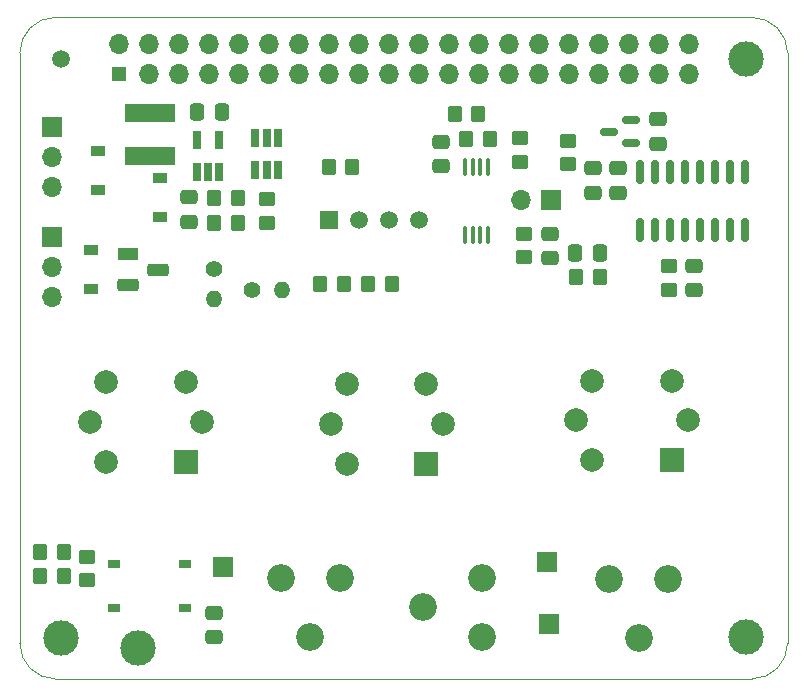
<source format=gbr>
%TF.GenerationSoftware,KiCad,Pcbnew,(6.0.4)*%
%TF.CreationDate,2022-07-22T13:04:17+03:00*%
%TF.ProjectId,shiled_v2,7368696c-6564-45f7-9632-2e6b69636164,rev?*%
%TF.SameCoordinates,Original*%
%TF.FileFunction,Soldermask,Top*%
%TF.FilePolarity,Negative*%
%FSLAX46Y46*%
G04 Gerber Fmt 4.6, Leading zero omitted, Abs format (unit mm)*
G04 Created by KiCad (PCBNEW (6.0.4)) date 2022-07-22 13:04:17*
%MOMM*%
%LPD*%
G01*
G04 APERTURE LIST*
G04 Aperture macros list*
%AMRoundRect*
0 Rectangle with rounded corners*
0 $1 Rounding radius*
0 $2 $3 $4 $5 $6 $7 $8 $9 X,Y pos of 4 corners*
0 Add a 4 corners polygon primitive as box body*
4,1,4,$2,$3,$4,$5,$6,$7,$8,$9,$2,$3,0*
0 Add four circle primitives for the rounded corners*
1,1,$1+$1,$2,$3*
1,1,$1+$1,$4,$5*
1,1,$1+$1,$6,$7*
1,1,$1+$1,$8,$9*
0 Add four rect primitives between the rounded corners*
20,1,$1+$1,$2,$3,$4,$5,0*
20,1,$1+$1,$4,$5,$6,$7,0*
20,1,$1+$1,$6,$7,$8,$9,0*
20,1,$1+$1,$8,$9,$2,$3,0*%
G04 Aperture macros list end*
%TA.AperFunction,Profile*%
%ADD10C,0.100000*%
%TD*%
%ADD11R,1.000000X0.700000*%
%ADD12RoundRect,0.250000X-0.350000X-0.450000X0.350000X-0.450000X0.350000X0.450000X-0.350000X0.450000X0*%
%ADD13RoundRect,0.250000X0.350000X0.450000X-0.350000X0.450000X-0.350000X-0.450000X0.350000X-0.450000X0*%
%ADD14R,1.200000X0.900000*%
%ADD15C,1.400000*%
%ADD16O,1.400000X1.400000*%
%ADD17RoundRect,0.250000X0.450000X-0.350000X0.450000X0.350000X-0.450000X0.350000X-0.450000X-0.350000X0*%
%ADD18R,0.650000X1.560000*%
%ADD19R,4.200000X1.500000*%
%ADD20R,1.700000X1.700000*%
%ADD21O,1.700000X1.700000*%
%ADD22RoundRect,0.250000X-0.475000X0.337500X-0.475000X-0.337500X0.475000X-0.337500X0.475000X0.337500X0*%
%ADD23RoundRect,0.250000X0.337500X0.475000X-0.337500X0.475000X-0.337500X-0.475000X0.337500X-0.475000X0*%
%ADD24RoundRect,0.250000X0.475000X-0.337500X0.475000X0.337500X-0.475000X0.337500X-0.475000X-0.337500X0*%
%ADD25C,1.500000*%
%ADD26C,3.000000*%
%ADD27R,2.000000X2.000000*%
%ADD28C,2.000000*%
%ADD29RoundRect,0.250000X-0.450000X0.350000X-0.450000X-0.350000X0.450000X-0.350000X0.450000X0.350000X0*%
%ADD30R,1.800000X1.100000*%
%ADD31RoundRect,0.275000X-0.625000X0.275000X-0.625000X-0.275000X0.625000X-0.275000X0.625000X0.275000X0*%
%ADD32C,2.340000*%
%ADD33RoundRect,0.150000X0.587500X0.150000X-0.587500X0.150000X-0.587500X-0.150000X0.587500X-0.150000X0*%
%ADD34RoundRect,0.100000X0.100000X-0.637500X0.100000X0.637500X-0.100000X0.637500X-0.100000X-0.637500X0*%
%ADD35RoundRect,0.150000X0.150000X-0.825000X0.150000X0.825000X-0.150000X0.825000X-0.150000X-0.825000X0*%
%ADD36R,1.500000X1.500000*%
%ADD37R,1.300000X1.300000*%
G04 APERTURE END LIST*
D10*
X143546356Y-113817611D02*
X143546356Y-63817611D01*
X78546356Y-63817611D02*
X78546356Y-113817611D01*
X140546356Y-116817611D02*
G75*
G03*
X143546356Y-113817611I37J2999963D01*
G01*
X140546356Y-60817611D02*
X81546356Y-60817611D01*
X81546356Y-116817611D02*
X140546356Y-116817611D01*
X143546389Y-63817611D02*
G75*
G03*
X140546356Y-60817611I-2999989J11D01*
G01*
X81546356Y-60817556D02*
G75*
G03*
X78546356Y-63817611I44J-3000044D01*
G01*
X78546389Y-113817611D02*
G75*
G03*
X81546356Y-116817611I3000011J11D01*
G01*
D11*
X86535000Y-107090600D03*
X92535000Y-107090600D03*
X86535000Y-110790600D03*
X92535000Y-110790600D03*
D12*
X80254600Y-108127800D03*
X82254600Y-108127800D03*
D13*
X82254600Y-106045000D03*
X80254600Y-106045000D03*
D14*
X85140800Y-75437000D03*
X85140800Y-72137000D03*
D15*
X98170200Y-83896200D03*
D16*
X100710200Y-83896200D03*
D15*
X94945200Y-82143600D03*
D16*
X94945200Y-84683600D03*
D17*
X84226400Y-108467400D03*
X84226400Y-106467400D03*
D18*
X100391000Y-73740000D03*
X99441000Y-73740000D03*
X98491000Y-73740000D03*
X98491000Y-71040000D03*
X99441000Y-71040000D03*
X100391000Y-71040000D03*
X93538000Y-73867000D03*
X94488000Y-73867000D03*
X95438000Y-73867000D03*
X95438000Y-71167000D03*
X93538000Y-71167000D03*
D12*
X110051600Y-83362800D03*
X108051600Y-83362800D03*
X103962600Y-83359400D03*
X105962600Y-83359400D03*
D17*
X99441000Y-78216000D03*
X99441000Y-76216000D03*
D13*
X96996000Y-76073000D03*
X94996000Y-76073000D03*
D12*
X95028000Y-78232000D03*
X97028000Y-78232000D03*
D19*
X89535000Y-68939000D03*
X89535000Y-72539000D03*
D20*
X81280000Y-70104000D03*
D21*
X81280000Y-72644000D03*
X81280000Y-75184000D03*
D20*
X81280000Y-79375000D03*
D21*
X81280000Y-81915000D03*
X81280000Y-84455000D03*
D14*
X90424000Y-77723000D03*
X90424000Y-74423000D03*
X84582000Y-83819000D03*
X84582000Y-80519000D03*
D22*
X92837000Y-76051500D03*
X92837000Y-78126500D03*
D23*
X95652500Y-68834000D03*
X93577500Y-68834000D03*
D24*
X94996000Y-113305500D03*
X94996000Y-111230500D03*
D25*
X82040000Y-64310000D03*
D26*
X140040000Y-64330000D03*
X82040000Y-113320000D03*
X140030000Y-113310000D03*
D20*
X123520200Y-76276200D03*
D21*
X120980200Y-76276200D03*
D27*
X92583000Y-98425000D03*
D28*
X93973000Y-95065000D03*
X92583000Y-91705000D03*
X85863000Y-91705000D03*
X84473000Y-95065000D03*
X85863000Y-98425000D03*
D22*
X132562600Y-69447500D03*
X132562600Y-71522500D03*
D24*
X127076200Y-75662700D03*
X127076200Y-73587700D03*
D29*
X133502400Y-81880200D03*
X133502400Y-83880200D03*
D30*
X87687200Y-80854000D03*
D31*
X90238200Y-82169000D03*
X87687200Y-83504000D03*
D29*
X120904000Y-71025000D03*
X120904000Y-73025000D03*
D32*
X117689000Y-108269000D03*
X112689000Y-110769000D03*
X117689000Y-113269000D03*
D20*
X95758000Y-107315000D03*
D24*
X135636000Y-83917700D03*
X135636000Y-81842700D03*
D33*
X130325100Y-71435000D03*
X130325100Y-69535000D03*
X128450100Y-70485000D03*
D27*
X133731000Y-98298000D03*
D28*
X135121000Y-94938000D03*
X133731000Y-91578000D03*
X127011000Y-91578000D03*
X125621000Y-94938000D03*
X127011000Y-98298000D03*
D12*
X116341400Y-71094600D03*
X118341400Y-71094600D03*
X104689400Y-73507600D03*
X106689400Y-73507600D03*
D22*
X123422900Y-79124900D03*
X123422900Y-81199900D03*
D29*
X121213100Y-79140900D03*
X121213100Y-81140900D03*
D24*
X129159000Y-75662700D03*
X129159000Y-73587700D03*
D20*
X123317000Y-112141000D03*
D27*
X112961000Y-98610000D03*
D28*
X114351000Y-95250000D03*
X112961000Y-91890000D03*
X106241000Y-91890000D03*
X104851000Y-95250000D03*
X106241000Y-98610000D03*
D23*
X127656500Y-80721200D03*
X125581500Y-80721200D03*
D13*
X127631100Y-82804000D03*
X125631100Y-82804000D03*
D22*
X114233200Y-71352500D03*
X114233200Y-73427500D03*
D34*
X116239400Y-79240300D03*
X116889400Y-79240300D03*
X117539400Y-79240300D03*
X118189400Y-79240300D03*
X118189400Y-73515300D03*
X117539400Y-73515300D03*
X116889400Y-73515300D03*
X116239400Y-73515300D03*
D32*
X128462000Y-108371000D03*
X130962000Y-113371000D03*
X133462000Y-108371000D03*
D20*
X123190000Y-106934000D03*
D35*
X131089400Y-78852800D03*
X132359400Y-78852800D03*
X133629400Y-78852800D03*
X134899400Y-78852800D03*
X136169400Y-78852800D03*
X137439400Y-78852800D03*
X138709400Y-78852800D03*
X139979400Y-78852800D03*
X139979400Y-73902800D03*
X138709400Y-73902800D03*
X137439400Y-73902800D03*
X136169400Y-73902800D03*
X134899400Y-73902800D03*
X133629400Y-73902800D03*
X132359400Y-73902800D03*
X131089400Y-73902800D03*
D32*
X100649000Y-108244000D03*
X103149000Y-113244000D03*
X105649000Y-108244000D03*
D12*
X115366800Y-68961000D03*
X117366800Y-68961000D03*
D29*
X124968000Y-71263000D03*
X124968000Y-73263000D03*
D36*
X104687600Y-77981600D03*
D25*
X107227600Y-77981600D03*
X109767600Y-77981600D03*
X112307600Y-77981600D03*
D26*
X88519000Y-114173000D03*
D37*
X86920000Y-65590000D03*
D21*
X86920000Y-63050000D03*
X89460000Y-65590000D03*
X89460000Y-63050000D03*
X92000000Y-65590000D03*
X92000000Y-63050000D03*
X94540000Y-65590000D03*
X94540000Y-63050000D03*
X97080000Y-65590000D03*
X97080000Y-63050000D03*
X99620000Y-65590000D03*
X99620000Y-63050000D03*
X102160000Y-65590000D03*
X102160000Y-63050000D03*
X104700000Y-65590000D03*
X104700000Y-63050000D03*
X107240000Y-65590000D03*
X107240000Y-63050000D03*
X109780000Y-65590000D03*
X109780000Y-63050000D03*
X112320000Y-65590000D03*
X112320000Y-63050000D03*
X114860000Y-65590000D03*
X114860000Y-63050000D03*
X117400000Y-65590000D03*
X117400000Y-63050000D03*
X119940000Y-65590000D03*
X119940000Y-63050000D03*
X122480000Y-65590000D03*
X122480000Y-63050000D03*
X125020000Y-65590000D03*
X125020000Y-63050000D03*
X127560000Y-65590000D03*
X127560000Y-63050000D03*
X130100000Y-65590000D03*
X130100000Y-63050000D03*
X132640000Y-65590000D03*
X132640000Y-63050000D03*
X135180000Y-65590000D03*
X135180000Y-63050000D03*
M02*

</source>
